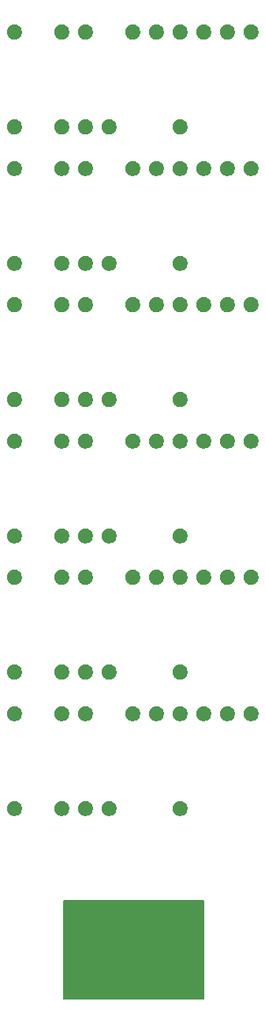
<source format=gts>
G04 #@! TF.GenerationSoftware,KiCad,Pcbnew,(5.0.2)-1*
G04 #@! TF.CreationDate,2023-09-18T18:41:06+09:00*
G04 #@! TF.ProjectId,Building,4275696c-6469-46e6-972e-6b696361645f,rev?*
G04 #@! TF.SameCoordinates,Original*
G04 #@! TF.FileFunction,Soldermask,Top*
G04 #@! TF.FilePolarity,Negative*
%FSLAX46Y46*%
G04 Gerber Fmt 4.6, Leading zero omitted, Abs format (unit mm)*
G04 Created by KiCad (PCBNEW (5.0.2)-1) date 2023/09/18 18:41:06*
%MOMM*%
%LPD*%
G01*
G04 APERTURE LIST*
%ADD10C,0.150000*%
%ADD11C,0.100000*%
G04 APERTURE END LIST*
D10*
G36*
X130729000Y-129765500D02*
X145729000Y-129765500D01*
X145729000Y-140265500D01*
X130729000Y-140265500D01*
X130729000Y-129765500D01*
G37*
X130729000Y-129765500D02*
X145729000Y-129765500D01*
X145729000Y-140265500D01*
X130729000Y-140265500D01*
X130729000Y-129765500D01*
D11*
G36*
X139015000Y-140261500D02*
X137443000Y-140261500D01*
X137443000Y-131269500D01*
X139015000Y-131269500D01*
X139015000Y-140261500D01*
X139015000Y-140261500D01*
G37*
G36*
X136475000Y-140261500D02*
X134903000Y-140261500D01*
X134903000Y-131269500D01*
X136475000Y-131269500D01*
X136475000Y-140261500D01*
X136475000Y-140261500D01*
G37*
G36*
X133935000Y-140261500D02*
X132363000Y-140261500D01*
X132363000Y-131269500D01*
X133935000Y-131269500D01*
X133935000Y-140261500D01*
X133935000Y-140261500D01*
G37*
G36*
X144095000Y-140261500D02*
X142523000Y-140261500D01*
X142523000Y-131269500D01*
X144095000Y-131269500D01*
X144095000Y-140261500D01*
X144095000Y-140261500D01*
G37*
G36*
X141555000Y-140261500D02*
X139983000Y-140261500D01*
X139983000Y-131269500D01*
X141555000Y-131269500D01*
X141555000Y-140261500D01*
X141555000Y-140261500D01*
G37*
G36*
X125637142Y-119068242D02*
X125785102Y-119129530D01*
X125918258Y-119218502D01*
X126031498Y-119331742D01*
X126120470Y-119464898D01*
X126181758Y-119612858D01*
X126213000Y-119769925D01*
X126213000Y-119930075D01*
X126181758Y-120087142D01*
X126120470Y-120235102D01*
X126031498Y-120368258D01*
X125918258Y-120481498D01*
X125785102Y-120570470D01*
X125637142Y-120631758D01*
X125480075Y-120663000D01*
X125319925Y-120663000D01*
X125162858Y-120631758D01*
X125014898Y-120570470D01*
X124881742Y-120481498D01*
X124768502Y-120368258D01*
X124679530Y-120235102D01*
X124618242Y-120087142D01*
X124587000Y-119930075D01*
X124587000Y-119769925D01*
X124618242Y-119612858D01*
X124679530Y-119464898D01*
X124768502Y-119331742D01*
X124881742Y-119218502D01*
X125014898Y-119129530D01*
X125162858Y-119068242D01*
X125319925Y-119037000D01*
X125480075Y-119037000D01*
X125637142Y-119068242D01*
X125637142Y-119068242D01*
G37*
G36*
X130717142Y-119068242D02*
X130865102Y-119129530D01*
X130998258Y-119218502D01*
X131111498Y-119331742D01*
X131200470Y-119464898D01*
X131261758Y-119612858D01*
X131293000Y-119769925D01*
X131293000Y-119930075D01*
X131261758Y-120087142D01*
X131200470Y-120235102D01*
X131111498Y-120368258D01*
X130998258Y-120481498D01*
X130865102Y-120570470D01*
X130717142Y-120631758D01*
X130560075Y-120663000D01*
X130399925Y-120663000D01*
X130242858Y-120631758D01*
X130094898Y-120570470D01*
X129961742Y-120481498D01*
X129848502Y-120368258D01*
X129759530Y-120235102D01*
X129698242Y-120087142D01*
X129667000Y-119930075D01*
X129667000Y-119769925D01*
X129698242Y-119612858D01*
X129759530Y-119464898D01*
X129848502Y-119331742D01*
X129961742Y-119218502D01*
X130094898Y-119129530D01*
X130242858Y-119068242D01*
X130399925Y-119037000D01*
X130560075Y-119037000D01*
X130717142Y-119068242D01*
X130717142Y-119068242D01*
G37*
G36*
X133257142Y-119068242D02*
X133405102Y-119129530D01*
X133538258Y-119218502D01*
X133651498Y-119331742D01*
X133740470Y-119464898D01*
X133801758Y-119612858D01*
X133833000Y-119769925D01*
X133833000Y-119930075D01*
X133801758Y-120087142D01*
X133740470Y-120235102D01*
X133651498Y-120368258D01*
X133538258Y-120481498D01*
X133405102Y-120570470D01*
X133257142Y-120631758D01*
X133100075Y-120663000D01*
X132939925Y-120663000D01*
X132782858Y-120631758D01*
X132634898Y-120570470D01*
X132501742Y-120481498D01*
X132388502Y-120368258D01*
X132299530Y-120235102D01*
X132238242Y-120087142D01*
X132207000Y-119930075D01*
X132207000Y-119769925D01*
X132238242Y-119612858D01*
X132299530Y-119464898D01*
X132388502Y-119331742D01*
X132501742Y-119218502D01*
X132634898Y-119129530D01*
X132782858Y-119068242D01*
X132939925Y-119037000D01*
X133100075Y-119037000D01*
X133257142Y-119068242D01*
X133257142Y-119068242D01*
G37*
G36*
X135797142Y-119068242D02*
X135945102Y-119129530D01*
X136078258Y-119218502D01*
X136191498Y-119331742D01*
X136280470Y-119464898D01*
X136341758Y-119612858D01*
X136373000Y-119769925D01*
X136373000Y-119930075D01*
X136341758Y-120087142D01*
X136280470Y-120235102D01*
X136191498Y-120368258D01*
X136078258Y-120481498D01*
X135945102Y-120570470D01*
X135797142Y-120631758D01*
X135640075Y-120663000D01*
X135479925Y-120663000D01*
X135322858Y-120631758D01*
X135174898Y-120570470D01*
X135041742Y-120481498D01*
X134928502Y-120368258D01*
X134839530Y-120235102D01*
X134778242Y-120087142D01*
X134747000Y-119930075D01*
X134747000Y-119769925D01*
X134778242Y-119612858D01*
X134839530Y-119464898D01*
X134928502Y-119331742D01*
X135041742Y-119218502D01*
X135174898Y-119129530D01*
X135322858Y-119068242D01*
X135479925Y-119037000D01*
X135640075Y-119037000D01*
X135797142Y-119068242D01*
X135797142Y-119068242D01*
G37*
G36*
X143417142Y-119068242D02*
X143565102Y-119129530D01*
X143698258Y-119218502D01*
X143811498Y-119331742D01*
X143900470Y-119464898D01*
X143961758Y-119612858D01*
X143993000Y-119769925D01*
X143993000Y-119930075D01*
X143961758Y-120087142D01*
X143900470Y-120235102D01*
X143811498Y-120368258D01*
X143698258Y-120481498D01*
X143565102Y-120570470D01*
X143417142Y-120631758D01*
X143260075Y-120663000D01*
X143099925Y-120663000D01*
X142942858Y-120631758D01*
X142794898Y-120570470D01*
X142661742Y-120481498D01*
X142548502Y-120368258D01*
X142459530Y-120235102D01*
X142398242Y-120087142D01*
X142367000Y-119930075D01*
X142367000Y-119769925D01*
X142398242Y-119612858D01*
X142459530Y-119464898D01*
X142548502Y-119331742D01*
X142661742Y-119218502D01*
X142794898Y-119129530D01*
X142942858Y-119068242D01*
X143099925Y-119037000D01*
X143260075Y-119037000D01*
X143417142Y-119068242D01*
X143417142Y-119068242D01*
G37*
G36*
X133257142Y-108908242D02*
X133405102Y-108969530D01*
X133538258Y-109058502D01*
X133651498Y-109171742D01*
X133740470Y-109304898D01*
X133801758Y-109452858D01*
X133833000Y-109609925D01*
X133833000Y-109770075D01*
X133801758Y-109927142D01*
X133740470Y-110075102D01*
X133651498Y-110208258D01*
X133538258Y-110321498D01*
X133405102Y-110410470D01*
X133257142Y-110471758D01*
X133100075Y-110503000D01*
X132939925Y-110503000D01*
X132782858Y-110471758D01*
X132634898Y-110410470D01*
X132501742Y-110321498D01*
X132388502Y-110208258D01*
X132299530Y-110075102D01*
X132238242Y-109927142D01*
X132207000Y-109770075D01*
X132207000Y-109609925D01*
X132238242Y-109452858D01*
X132299530Y-109304898D01*
X132388502Y-109171742D01*
X132501742Y-109058502D01*
X132634898Y-108969530D01*
X132782858Y-108908242D01*
X132939925Y-108877000D01*
X133100075Y-108877000D01*
X133257142Y-108908242D01*
X133257142Y-108908242D01*
G37*
G36*
X138337142Y-108908242D02*
X138485102Y-108969530D01*
X138618258Y-109058502D01*
X138731498Y-109171742D01*
X138820470Y-109304898D01*
X138881758Y-109452858D01*
X138913000Y-109609925D01*
X138913000Y-109770075D01*
X138881758Y-109927142D01*
X138820470Y-110075102D01*
X138731498Y-110208258D01*
X138618258Y-110321498D01*
X138485102Y-110410470D01*
X138337142Y-110471758D01*
X138180075Y-110503000D01*
X138019925Y-110503000D01*
X137862858Y-110471758D01*
X137714898Y-110410470D01*
X137581742Y-110321498D01*
X137468502Y-110208258D01*
X137379530Y-110075102D01*
X137318242Y-109927142D01*
X137287000Y-109770075D01*
X137287000Y-109609925D01*
X137318242Y-109452858D01*
X137379530Y-109304898D01*
X137468502Y-109171742D01*
X137581742Y-109058502D01*
X137714898Y-108969530D01*
X137862858Y-108908242D01*
X138019925Y-108877000D01*
X138180075Y-108877000D01*
X138337142Y-108908242D01*
X138337142Y-108908242D01*
G37*
G36*
X130717142Y-108908242D02*
X130865102Y-108969530D01*
X130998258Y-109058502D01*
X131111498Y-109171742D01*
X131200470Y-109304898D01*
X131261758Y-109452858D01*
X131293000Y-109609925D01*
X131293000Y-109770075D01*
X131261758Y-109927142D01*
X131200470Y-110075102D01*
X131111498Y-110208258D01*
X130998258Y-110321498D01*
X130865102Y-110410470D01*
X130717142Y-110471758D01*
X130560075Y-110503000D01*
X130399925Y-110503000D01*
X130242858Y-110471758D01*
X130094898Y-110410470D01*
X129961742Y-110321498D01*
X129848502Y-110208258D01*
X129759530Y-110075102D01*
X129698242Y-109927142D01*
X129667000Y-109770075D01*
X129667000Y-109609925D01*
X129698242Y-109452858D01*
X129759530Y-109304898D01*
X129848502Y-109171742D01*
X129961742Y-109058502D01*
X130094898Y-108969530D01*
X130242858Y-108908242D01*
X130399925Y-108877000D01*
X130560075Y-108877000D01*
X130717142Y-108908242D01*
X130717142Y-108908242D01*
G37*
G36*
X125637142Y-108908242D02*
X125785102Y-108969530D01*
X125918258Y-109058502D01*
X126031498Y-109171742D01*
X126120470Y-109304898D01*
X126181758Y-109452858D01*
X126213000Y-109609925D01*
X126213000Y-109770075D01*
X126181758Y-109927142D01*
X126120470Y-110075102D01*
X126031498Y-110208258D01*
X125918258Y-110321498D01*
X125785102Y-110410470D01*
X125637142Y-110471758D01*
X125480075Y-110503000D01*
X125319925Y-110503000D01*
X125162858Y-110471758D01*
X125014898Y-110410470D01*
X124881742Y-110321498D01*
X124768502Y-110208258D01*
X124679530Y-110075102D01*
X124618242Y-109927142D01*
X124587000Y-109770075D01*
X124587000Y-109609925D01*
X124618242Y-109452858D01*
X124679530Y-109304898D01*
X124768502Y-109171742D01*
X124881742Y-109058502D01*
X125014898Y-108969530D01*
X125162858Y-108908242D01*
X125319925Y-108877000D01*
X125480075Y-108877000D01*
X125637142Y-108908242D01*
X125637142Y-108908242D01*
G37*
G36*
X151037142Y-108908242D02*
X151185102Y-108969530D01*
X151318258Y-109058502D01*
X151431498Y-109171742D01*
X151520470Y-109304898D01*
X151581758Y-109452858D01*
X151613000Y-109609925D01*
X151613000Y-109770075D01*
X151581758Y-109927142D01*
X151520470Y-110075102D01*
X151431498Y-110208258D01*
X151318258Y-110321498D01*
X151185102Y-110410470D01*
X151037142Y-110471758D01*
X150880075Y-110503000D01*
X150719925Y-110503000D01*
X150562858Y-110471758D01*
X150414898Y-110410470D01*
X150281742Y-110321498D01*
X150168502Y-110208258D01*
X150079530Y-110075102D01*
X150018242Y-109927142D01*
X149987000Y-109770075D01*
X149987000Y-109609925D01*
X150018242Y-109452858D01*
X150079530Y-109304898D01*
X150168502Y-109171742D01*
X150281742Y-109058502D01*
X150414898Y-108969530D01*
X150562858Y-108908242D01*
X150719925Y-108877000D01*
X150880075Y-108877000D01*
X151037142Y-108908242D01*
X151037142Y-108908242D01*
G37*
G36*
X148497142Y-108908242D02*
X148645102Y-108969530D01*
X148778258Y-109058502D01*
X148891498Y-109171742D01*
X148980470Y-109304898D01*
X149041758Y-109452858D01*
X149073000Y-109609925D01*
X149073000Y-109770075D01*
X149041758Y-109927142D01*
X148980470Y-110075102D01*
X148891498Y-110208258D01*
X148778258Y-110321498D01*
X148645102Y-110410470D01*
X148497142Y-110471758D01*
X148340075Y-110503000D01*
X148179925Y-110503000D01*
X148022858Y-110471758D01*
X147874898Y-110410470D01*
X147741742Y-110321498D01*
X147628502Y-110208258D01*
X147539530Y-110075102D01*
X147478242Y-109927142D01*
X147447000Y-109770075D01*
X147447000Y-109609925D01*
X147478242Y-109452858D01*
X147539530Y-109304898D01*
X147628502Y-109171742D01*
X147741742Y-109058502D01*
X147874898Y-108969530D01*
X148022858Y-108908242D01*
X148179925Y-108877000D01*
X148340075Y-108877000D01*
X148497142Y-108908242D01*
X148497142Y-108908242D01*
G37*
G36*
X145957142Y-108908242D02*
X146105102Y-108969530D01*
X146238258Y-109058502D01*
X146351498Y-109171742D01*
X146440470Y-109304898D01*
X146501758Y-109452858D01*
X146533000Y-109609925D01*
X146533000Y-109770075D01*
X146501758Y-109927142D01*
X146440470Y-110075102D01*
X146351498Y-110208258D01*
X146238258Y-110321498D01*
X146105102Y-110410470D01*
X145957142Y-110471758D01*
X145800075Y-110503000D01*
X145639925Y-110503000D01*
X145482858Y-110471758D01*
X145334898Y-110410470D01*
X145201742Y-110321498D01*
X145088502Y-110208258D01*
X144999530Y-110075102D01*
X144938242Y-109927142D01*
X144907000Y-109770075D01*
X144907000Y-109609925D01*
X144938242Y-109452858D01*
X144999530Y-109304898D01*
X145088502Y-109171742D01*
X145201742Y-109058502D01*
X145334898Y-108969530D01*
X145482858Y-108908242D01*
X145639925Y-108877000D01*
X145800075Y-108877000D01*
X145957142Y-108908242D01*
X145957142Y-108908242D01*
G37*
G36*
X143417142Y-108908242D02*
X143565102Y-108969530D01*
X143698258Y-109058502D01*
X143811498Y-109171742D01*
X143900470Y-109304898D01*
X143961758Y-109452858D01*
X143993000Y-109609925D01*
X143993000Y-109770075D01*
X143961758Y-109927142D01*
X143900470Y-110075102D01*
X143811498Y-110208258D01*
X143698258Y-110321498D01*
X143565102Y-110410470D01*
X143417142Y-110471758D01*
X143260075Y-110503000D01*
X143099925Y-110503000D01*
X142942858Y-110471758D01*
X142794898Y-110410470D01*
X142661742Y-110321498D01*
X142548502Y-110208258D01*
X142459530Y-110075102D01*
X142398242Y-109927142D01*
X142367000Y-109770075D01*
X142367000Y-109609925D01*
X142398242Y-109452858D01*
X142459530Y-109304898D01*
X142548502Y-109171742D01*
X142661742Y-109058502D01*
X142794898Y-108969530D01*
X142942858Y-108908242D01*
X143099925Y-108877000D01*
X143260075Y-108877000D01*
X143417142Y-108908242D01*
X143417142Y-108908242D01*
G37*
G36*
X140877142Y-108908242D02*
X141025102Y-108969530D01*
X141158258Y-109058502D01*
X141271498Y-109171742D01*
X141360470Y-109304898D01*
X141421758Y-109452858D01*
X141453000Y-109609925D01*
X141453000Y-109770075D01*
X141421758Y-109927142D01*
X141360470Y-110075102D01*
X141271498Y-110208258D01*
X141158258Y-110321498D01*
X141025102Y-110410470D01*
X140877142Y-110471758D01*
X140720075Y-110503000D01*
X140559925Y-110503000D01*
X140402858Y-110471758D01*
X140254898Y-110410470D01*
X140121742Y-110321498D01*
X140008502Y-110208258D01*
X139919530Y-110075102D01*
X139858242Y-109927142D01*
X139827000Y-109770075D01*
X139827000Y-109609925D01*
X139858242Y-109452858D01*
X139919530Y-109304898D01*
X140008502Y-109171742D01*
X140121742Y-109058502D01*
X140254898Y-108969530D01*
X140402858Y-108908242D01*
X140559925Y-108877000D01*
X140720075Y-108877000D01*
X140877142Y-108908242D01*
X140877142Y-108908242D01*
G37*
G36*
X133257142Y-104463242D02*
X133405102Y-104524530D01*
X133538258Y-104613502D01*
X133651498Y-104726742D01*
X133740470Y-104859898D01*
X133801758Y-105007858D01*
X133833000Y-105164925D01*
X133833000Y-105325075D01*
X133801758Y-105482142D01*
X133740470Y-105630102D01*
X133651498Y-105763258D01*
X133538258Y-105876498D01*
X133405102Y-105965470D01*
X133257142Y-106026758D01*
X133100075Y-106058000D01*
X132939925Y-106058000D01*
X132782858Y-106026758D01*
X132634898Y-105965470D01*
X132501742Y-105876498D01*
X132388502Y-105763258D01*
X132299530Y-105630102D01*
X132238242Y-105482142D01*
X132207000Y-105325075D01*
X132207000Y-105164925D01*
X132238242Y-105007858D01*
X132299530Y-104859898D01*
X132388502Y-104726742D01*
X132501742Y-104613502D01*
X132634898Y-104524530D01*
X132782858Y-104463242D01*
X132939925Y-104432000D01*
X133100075Y-104432000D01*
X133257142Y-104463242D01*
X133257142Y-104463242D01*
G37*
G36*
X125637142Y-104463242D02*
X125785102Y-104524530D01*
X125918258Y-104613502D01*
X126031498Y-104726742D01*
X126120470Y-104859898D01*
X126181758Y-105007858D01*
X126213000Y-105164925D01*
X126213000Y-105325075D01*
X126181758Y-105482142D01*
X126120470Y-105630102D01*
X126031498Y-105763258D01*
X125918258Y-105876498D01*
X125785102Y-105965470D01*
X125637142Y-106026758D01*
X125480075Y-106058000D01*
X125319925Y-106058000D01*
X125162858Y-106026758D01*
X125014898Y-105965470D01*
X124881742Y-105876498D01*
X124768502Y-105763258D01*
X124679530Y-105630102D01*
X124618242Y-105482142D01*
X124587000Y-105325075D01*
X124587000Y-105164925D01*
X124618242Y-105007858D01*
X124679530Y-104859898D01*
X124768502Y-104726742D01*
X124881742Y-104613502D01*
X125014898Y-104524530D01*
X125162858Y-104463242D01*
X125319925Y-104432000D01*
X125480075Y-104432000D01*
X125637142Y-104463242D01*
X125637142Y-104463242D01*
G37*
G36*
X130717142Y-104463242D02*
X130865102Y-104524530D01*
X130998258Y-104613502D01*
X131111498Y-104726742D01*
X131200470Y-104859898D01*
X131261758Y-105007858D01*
X131293000Y-105164925D01*
X131293000Y-105325075D01*
X131261758Y-105482142D01*
X131200470Y-105630102D01*
X131111498Y-105763258D01*
X130998258Y-105876498D01*
X130865102Y-105965470D01*
X130717142Y-106026758D01*
X130560075Y-106058000D01*
X130399925Y-106058000D01*
X130242858Y-106026758D01*
X130094898Y-105965470D01*
X129961742Y-105876498D01*
X129848502Y-105763258D01*
X129759530Y-105630102D01*
X129698242Y-105482142D01*
X129667000Y-105325075D01*
X129667000Y-105164925D01*
X129698242Y-105007858D01*
X129759530Y-104859898D01*
X129848502Y-104726742D01*
X129961742Y-104613502D01*
X130094898Y-104524530D01*
X130242858Y-104463242D01*
X130399925Y-104432000D01*
X130560075Y-104432000D01*
X130717142Y-104463242D01*
X130717142Y-104463242D01*
G37*
G36*
X135797142Y-104463242D02*
X135945102Y-104524530D01*
X136078258Y-104613502D01*
X136191498Y-104726742D01*
X136280470Y-104859898D01*
X136341758Y-105007858D01*
X136373000Y-105164925D01*
X136373000Y-105325075D01*
X136341758Y-105482142D01*
X136280470Y-105630102D01*
X136191498Y-105763258D01*
X136078258Y-105876498D01*
X135945102Y-105965470D01*
X135797142Y-106026758D01*
X135640075Y-106058000D01*
X135479925Y-106058000D01*
X135322858Y-106026758D01*
X135174898Y-105965470D01*
X135041742Y-105876498D01*
X134928502Y-105763258D01*
X134839530Y-105630102D01*
X134778242Y-105482142D01*
X134747000Y-105325075D01*
X134747000Y-105164925D01*
X134778242Y-105007858D01*
X134839530Y-104859898D01*
X134928502Y-104726742D01*
X135041742Y-104613502D01*
X135174898Y-104524530D01*
X135322858Y-104463242D01*
X135479925Y-104432000D01*
X135640075Y-104432000D01*
X135797142Y-104463242D01*
X135797142Y-104463242D01*
G37*
G36*
X143417142Y-104463242D02*
X143565102Y-104524530D01*
X143698258Y-104613502D01*
X143811498Y-104726742D01*
X143900470Y-104859898D01*
X143961758Y-105007858D01*
X143993000Y-105164925D01*
X143993000Y-105325075D01*
X143961758Y-105482142D01*
X143900470Y-105630102D01*
X143811498Y-105763258D01*
X143698258Y-105876498D01*
X143565102Y-105965470D01*
X143417142Y-106026758D01*
X143260075Y-106058000D01*
X143099925Y-106058000D01*
X142942858Y-106026758D01*
X142794898Y-105965470D01*
X142661742Y-105876498D01*
X142548502Y-105763258D01*
X142459530Y-105630102D01*
X142398242Y-105482142D01*
X142367000Y-105325075D01*
X142367000Y-105164925D01*
X142398242Y-105007858D01*
X142459530Y-104859898D01*
X142548502Y-104726742D01*
X142661742Y-104613502D01*
X142794898Y-104524530D01*
X142942858Y-104463242D01*
X143099925Y-104432000D01*
X143260075Y-104432000D01*
X143417142Y-104463242D01*
X143417142Y-104463242D01*
G37*
G36*
X143417142Y-94303242D02*
X143565102Y-94364530D01*
X143698258Y-94453502D01*
X143811498Y-94566742D01*
X143900470Y-94699898D01*
X143961758Y-94847858D01*
X143993000Y-95004925D01*
X143993000Y-95165075D01*
X143961758Y-95322142D01*
X143900470Y-95470102D01*
X143811498Y-95603258D01*
X143698258Y-95716498D01*
X143565102Y-95805470D01*
X143417142Y-95866758D01*
X143260075Y-95898000D01*
X143099925Y-95898000D01*
X142942858Y-95866758D01*
X142794898Y-95805470D01*
X142661742Y-95716498D01*
X142548502Y-95603258D01*
X142459530Y-95470102D01*
X142398242Y-95322142D01*
X142367000Y-95165075D01*
X142367000Y-95004925D01*
X142398242Y-94847858D01*
X142459530Y-94699898D01*
X142548502Y-94566742D01*
X142661742Y-94453502D01*
X142794898Y-94364530D01*
X142942858Y-94303242D01*
X143099925Y-94272000D01*
X143260075Y-94272000D01*
X143417142Y-94303242D01*
X143417142Y-94303242D01*
G37*
G36*
X138337142Y-94303242D02*
X138485102Y-94364530D01*
X138618258Y-94453502D01*
X138731498Y-94566742D01*
X138820470Y-94699898D01*
X138881758Y-94847858D01*
X138913000Y-95004925D01*
X138913000Y-95165075D01*
X138881758Y-95322142D01*
X138820470Y-95470102D01*
X138731498Y-95603258D01*
X138618258Y-95716498D01*
X138485102Y-95805470D01*
X138337142Y-95866758D01*
X138180075Y-95898000D01*
X138019925Y-95898000D01*
X137862858Y-95866758D01*
X137714898Y-95805470D01*
X137581742Y-95716498D01*
X137468502Y-95603258D01*
X137379530Y-95470102D01*
X137318242Y-95322142D01*
X137287000Y-95165075D01*
X137287000Y-95004925D01*
X137318242Y-94847858D01*
X137379530Y-94699898D01*
X137468502Y-94566742D01*
X137581742Y-94453502D01*
X137714898Y-94364530D01*
X137862858Y-94303242D01*
X138019925Y-94272000D01*
X138180075Y-94272000D01*
X138337142Y-94303242D01*
X138337142Y-94303242D01*
G37*
G36*
X125637142Y-94303242D02*
X125785102Y-94364530D01*
X125918258Y-94453502D01*
X126031498Y-94566742D01*
X126120470Y-94699898D01*
X126181758Y-94847858D01*
X126213000Y-95004925D01*
X126213000Y-95165075D01*
X126181758Y-95322142D01*
X126120470Y-95470102D01*
X126031498Y-95603258D01*
X125918258Y-95716498D01*
X125785102Y-95805470D01*
X125637142Y-95866758D01*
X125480075Y-95898000D01*
X125319925Y-95898000D01*
X125162858Y-95866758D01*
X125014898Y-95805470D01*
X124881742Y-95716498D01*
X124768502Y-95603258D01*
X124679530Y-95470102D01*
X124618242Y-95322142D01*
X124587000Y-95165075D01*
X124587000Y-95004925D01*
X124618242Y-94847858D01*
X124679530Y-94699898D01*
X124768502Y-94566742D01*
X124881742Y-94453502D01*
X125014898Y-94364530D01*
X125162858Y-94303242D01*
X125319925Y-94272000D01*
X125480075Y-94272000D01*
X125637142Y-94303242D01*
X125637142Y-94303242D01*
G37*
G36*
X130717142Y-94303242D02*
X130865102Y-94364530D01*
X130998258Y-94453502D01*
X131111498Y-94566742D01*
X131200470Y-94699898D01*
X131261758Y-94847858D01*
X131293000Y-95004925D01*
X131293000Y-95165075D01*
X131261758Y-95322142D01*
X131200470Y-95470102D01*
X131111498Y-95603258D01*
X130998258Y-95716498D01*
X130865102Y-95805470D01*
X130717142Y-95866758D01*
X130560075Y-95898000D01*
X130399925Y-95898000D01*
X130242858Y-95866758D01*
X130094898Y-95805470D01*
X129961742Y-95716498D01*
X129848502Y-95603258D01*
X129759530Y-95470102D01*
X129698242Y-95322142D01*
X129667000Y-95165075D01*
X129667000Y-95004925D01*
X129698242Y-94847858D01*
X129759530Y-94699898D01*
X129848502Y-94566742D01*
X129961742Y-94453502D01*
X130094898Y-94364530D01*
X130242858Y-94303242D01*
X130399925Y-94272000D01*
X130560075Y-94272000D01*
X130717142Y-94303242D01*
X130717142Y-94303242D01*
G37*
G36*
X133257142Y-94303242D02*
X133405102Y-94364530D01*
X133538258Y-94453502D01*
X133651498Y-94566742D01*
X133740470Y-94699898D01*
X133801758Y-94847858D01*
X133833000Y-95004925D01*
X133833000Y-95165075D01*
X133801758Y-95322142D01*
X133740470Y-95470102D01*
X133651498Y-95603258D01*
X133538258Y-95716498D01*
X133405102Y-95805470D01*
X133257142Y-95866758D01*
X133100075Y-95898000D01*
X132939925Y-95898000D01*
X132782858Y-95866758D01*
X132634898Y-95805470D01*
X132501742Y-95716498D01*
X132388502Y-95603258D01*
X132299530Y-95470102D01*
X132238242Y-95322142D01*
X132207000Y-95165075D01*
X132207000Y-95004925D01*
X132238242Y-94847858D01*
X132299530Y-94699898D01*
X132388502Y-94566742D01*
X132501742Y-94453502D01*
X132634898Y-94364530D01*
X132782858Y-94303242D01*
X132939925Y-94272000D01*
X133100075Y-94272000D01*
X133257142Y-94303242D01*
X133257142Y-94303242D01*
G37*
G36*
X145957142Y-94303242D02*
X146105102Y-94364530D01*
X146238258Y-94453502D01*
X146351498Y-94566742D01*
X146440470Y-94699898D01*
X146501758Y-94847858D01*
X146533000Y-95004925D01*
X146533000Y-95165075D01*
X146501758Y-95322142D01*
X146440470Y-95470102D01*
X146351498Y-95603258D01*
X146238258Y-95716498D01*
X146105102Y-95805470D01*
X145957142Y-95866758D01*
X145800075Y-95898000D01*
X145639925Y-95898000D01*
X145482858Y-95866758D01*
X145334898Y-95805470D01*
X145201742Y-95716498D01*
X145088502Y-95603258D01*
X144999530Y-95470102D01*
X144938242Y-95322142D01*
X144907000Y-95165075D01*
X144907000Y-95004925D01*
X144938242Y-94847858D01*
X144999530Y-94699898D01*
X145088502Y-94566742D01*
X145201742Y-94453502D01*
X145334898Y-94364530D01*
X145482858Y-94303242D01*
X145639925Y-94272000D01*
X145800075Y-94272000D01*
X145957142Y-94303242D01*
X145957142Y-94303242D01*
G37*
G36*
X151037142Y-94303242D02*
X151185102Y-94364530D01*
X151318258Y-94453502D01*
X151431498Y-94566742D01*
X151520470Y-94699898D01*
X151581758Y-94847858D01*
X151613000Y-95004925D01*
X151613000Y-95165075D01*
X151581758Y-95322142D01*
X151520470Y-95470102D01*
X151431498Y-95603258D01*
X151318258Y-95716498D01*
X151185102Y-95805470D01*
X151037142Y-95866758D01*
X150880075Y-95898000D01*
X150719925Y-95898000D01*
X150562858Y-95866758D01*
X150414898Y-95805470D01*
X150281742Y-95716498D01*
X150168502Y-95603258D01*
X150079530Y-95470102D01*
X150018242Y-95322142D01*
X149987000Y-95165075D01*
X149987000Y-95004925D01*
X150018242Y-94847858D01*
X150079530Y-94699898D01*
X150168502Y-94566742D01*
X150281742Y-94453502D01*
X150414898Y-94364530D01*
X150562858Y-94303242D01*
X150719925Y-94272000D01*
X150880075Y-94272000D01*
X151037142Y-94303242D01*
X151037142Y-94303242D01*
G37*
G36*
X148497142Y-94303242D02*
X148645102Y-94364530D01*
X148778258Y-94453502D01*
X148891498Y-94566742D01*
X148980470Y-94699898D01*
X149041758Y-94847858D01*
X149073000Y-95004925D01*
X149073000Y-95165075D01*
X149041758Y-95322142D01*
X148980470Y-95470102D01*
X148891498Y-95603258D01*
X148778258Y-95716498D01*
X148645102Y-95805470D01*
X148497142Y-95866758D01*
X148340075Y-95898000D01*
X148179925Y-95898000D01*
X148022858Y-95866758D01*
X147874898Y-95805470D01*
X147741742Y-95716498D01*
X147628502Y-95603258D01*
X147539530Y-95470102D01*
X147478242Y-95322142D01*
X147447000Y-95165075D01*
X147447000Y-95004925D01*
X147478242Y-94847858D01*
X147539530Y-94699898D01*
X147628502Y-94566742D01*
X147741742Y-94453502D01*
X147874898Y-94364530D01*
X148022858Y-94303242D01*
X148179925Y-94272000D01*
X148340075Y-94272000D01*
X148497142Y-94303242D01*
X148497142Y-94303242D01*
G37*
G36*
X140877142Y-94303242D02*
X141025102Y-94364530D01*
X141158258Y-94453502D01*
X141271498Y-94566742D01*
X141360470Y-94699898D01*
X141421758Y-94847858D01*
X141453000Y-95004925D01*
X141453000Y-95165075D01*
X141421758Y-95322142D01*
X141360470Y-95470102D01*
X141271498Y-95603258D01*
X141158258Y-95716498D01*
X141025102Y-95805470D01*
X140877142Y-95866758D01*
X140720075Y-95898000D01*
X140559925Y-95898000D01*
X140402858Y-95866758D01*
X140254898Y-95805470D01*
X140121742Y-95716498D01*
X140008502Y-95603258D01*
X139919530Y-95470102D01*
X139858242Y-95322142D01*
X139827000Y-95165075D01*
X139827000Y-95004925D01*
X139858242Y-94847858D01*
X139919530Y-94699898D01*
X140008502Y-94566742D01*
X140121742Y-94453502D01*
X140254898Y-94364530D01*
X140402858Y-94303242D01*
X140559925Y-94272000D01*
X140720075Y-94272000D01*
X140877142Y-94303242D01*
X140877142Y-94303242D01*
G37*
G36*
X125637142Y-89858242D02*
X125785102Y-89919530D01*
X125918258Y-90008502D01*
X126031498Y-90121742D01*
X126120470Y-90254898D01*
X126181758Y-90402858D01*
X126213000Y-90559925D01*
X126213000Y-90720075D01*
X126181758Y-90877142D01*
X126120470Y-91025102D01*
X126031498Y-91158258D01*
X125918258Y-91271498D01*
X125785102Y-91360470D01*
X125637142Y-91421758D01*
X125480075Y-91453000D01*
X125319925Y-91453000D01*
X125162858Y-91421758D01*
X125014898Y-91360470D01*
X124881742Y-91271498D01*
X124768502Y-91158258D01*
X124679530Y-91025102D01*
X124618242Y-90877142D01*
X124587000Y-90720075D01*
X124587000Y-90559925D01*
X124618242Y-90402858D01*
X124679530Y-90254898D01*
X124768502Y-90121742D01*
X124881742Y-90008502D01*
X125014898Y-89919530D01*
X125162858Y-89858242D01*
X125319925Y-89827000D01*
X125480075Y-89827000D01*
X125637142Y-89858242D01*
X125637142Y-89858242D01*
G37*
G36*
X135797142Y-89858242D02*
X135945102Y-89919530D01*
X136078258Y-90008502D01*
X136191498Y-90121742D01*
X136280470Y-90254898D01*
X136341758Y-90402858D01*
X136373000Y-90559925D01*
X136373000Y-90720075D01*
X136341758Y-90877142D01*
X136280470Y-91025102D01*
X136191498Y-91158258D01*
X136078258Y-91271498D01*
X135945102Y-91360470D01*
X135797142Y-91421758D01*
X135640075Y-91453000D01*
X135479925Y-91453000D01*
X135322858Y-91421758D01*
X135174898Y-91360470D01*
X135041742Y-91271498D01*
X134928502Y-91158258D01*
X134839530Y-91025102D01*
X134778242Y-90877142D01*
X134747000Y-90720075D01*
X134747000Y-90559925D01*
X134778242Y-90402858D01*
X134839530Y-90254898D01*
X134928502Y-90121742D01*
X135041742Y-90008502D01*
X135174898Y-89919530D01*
X135322858Y-89858242D01*
X135479925Y-89827000D01*
X135640075Y-89827000D01*
X135797142Y-89858242D01*
X135797142Y-89858242D01*
G37*
G36*
X143417142Y-89858242D02*
X143565102Y-89919530D01*
X143698258Y-90008502D01*
X143811498Y-90121742D01*
X143900470Y-90254898D01*
X143961758Y-90402858D01*
X143993000Y-90559925D01*
X143993000Y-90720075D01*
X143961758Y-90877142D01*
X143900470Y-91025102D01*
X143811498Y-91158258D01*
X143698258Y-91271498D01*
X143565102Y-91360470D01*
X143417142Y-91421758D01*
X143260075Y-91453000D01*
X143099925Y-91453000D01*
X142942858Y-91421758D01*
X142794898Y-91360470D01*
X142661742Y-91271498D01*
X142548502Y-91158258D01*
X142459530Y-91025102D01*
X142398242Y-90877142D01*
X142367000Y-90720075D01*
X142367000Y-90559925D01*
X142398242Y-90402858D01*
X142459530Y-90254898D01*
X142548502Y-90121742D01*
X142661742Y-90008502D01*
X142794898Y-89919530D01*
X142942858Y-89858242D01*
X143099925Y-89827000D01*
X143260075Y-89827000D01*
X143417142Y-89858242D01*
X143417142Y-89858242D01*
G37*
G36*
X133257142Y-89858242D02*
X133405102Y-89919530D01*
X133538258Y-90008502D01*
X133651498Y-90121742D01*
X133740470Y-90254898D01*
X133801758Y-90402858D01*
X133833000Y-90559925D01*
X133833000Y-90720075D01*
X133801758Y-90877142D01*
X133740470Y-91025102D01*
X133651498Y-91158258D01*
X133538258Y-91271498D01*
X133405102Y-91360470D01*
X133257142Y-91421758D01*
X133100075Y-91453000D01*
X132939925Y-91453000D01*
X132782858Y-91421758D01*
X132634898Y-91360470D01*
X132501742Y-91271498D01*
X132388502Y-91158258D01*
X132299530Y-91025102D01*
X132238242Y-90877142D01*
X132207000Y-90720075D01*
X132207000Y-90559925D01*
X132238242Y-90402858D01*
X132299530Y-90254898D01*
X132388502Y-90121742D01*
X132501742Y-90008502D01*
X132634898Y-89919530D01*
X132782858Y-89858242D01*
X132939925Y-89827000D01*
X133100075Y-89827000D01*
X133257142Y-89858242D01*
X133257142Y-89858242D01*
G37*
G36*
X130717142Y-89858242D02*
X130865102Y-89919530D01*
X130998258Y-90008502D01*
X131111498Y-90121742D01*
X131200470Y-90254898D01*
X131261758Y-90402858D01*
X131293000Y-90559925D01*
X131293000Y-90720075D01*
X131261758Y-90877142D01*
X131200470Y-91025102D01*
X131111498Y-91158258D01*
X130998258Y-91271498D01*
X130865102Y-91360470D01*
X130717142Y-91421758D01*
X130560075Y-91453000D01*
X130399925Y-91453000D01*
X130242858Y-91421758D01*
X130094898Y-91360470D01*
X129961742Y-91271498D01*
X129848502Y-91158258D01*
X129759530Y-91025102D01*
X129698242Y-90877142D01*
X129667000Y-90720075D01*
X129667000Y-90559925D01*
X129698242Y-90402858D01*
X129759530Y-90254898D01*
X129848502Y-90121742D01*
X129961742Y-90008502D01*
X130094898Y-89919530D01*
X130242858Y-89858242D01*
X130399925Y-89827000D01*
X130560075Y-89827000D01*
X130717142Y-89858242D01*
X130717142Y-89858242D01*
G37*
G36*
X148497142Y-79698242D02*
X148645102Y-79759530D01*
X148778258Y-79848502D01*
X148891498Y-79961742D01*
X148980470Y-80094898D01*
X149041758Y-80242858D01*
X149073000Y-80399925D01*
X149073000Y-80560075D01*
X149041758Y-80717142D01*
X148980470Y-80865102D01*
X148891498Y-80998258D01*
X148778258Y-81111498D01*
X148645102Y-81200470D01*
X148497142Y-81261758D01*
X148340075Y-81293000D01*
X148179925Y-81293000D01*
X148022858Y-81261758D01*
X147874898Y-81200470D01*
X147741742Y-81111498D01*
X147628502Y-80998258D01*
X147539530Y-80865102D01*
X147478242Y-80717142D01*
X147447000Y-80560075D01*
X147447000Y-80399925D01*
X147478242Y-80242858D01*
X147539530Y-80094898D01*
X147628502Y-79961742D01*
X147741742Y-79848502D01*
X147874898Y-79759530D01*
X148022858Y-79698242D01*
X148179925Y-79667000D01*
X148340075Y-79667000D01*
X148497142Y-79698242D01*
X148497142Y-79698242D01*
G37*
G36*
X125637142Y-79698242D02*
X125785102Y-79759530D01*
X125918258Y-79848502D01*
X126031498Y-79961742D01*
X126120470Y-80094898D01*
X126181758Y-80242858D01*
X126213000Y-80399925D01*
X126213000Y-80560075D01*
X126181758Y-80717142D01*
X126120470Y-80865102D01*
X126031498Y-80998258D01*
X125918258Y-81111498D01*
X125785102Y-81200470D01*
X125637142Y-81261758D01*
X125480075Y-81293000D01*
X125319925Y-81293000D01*
X125162858Y-81261758D01*
X125014898Y-81200470D01*
X124881742Y-81111498D01*
X124768502Y-80998258D01*
X124679530Y-80865102D01*
X124618242Y-80717142D01*
X124587000Y-80560075D01*
X124587000Y-80399925D01*
X124618242Y-80242858D01*
X124679530Y-80094898D01*
X124768502Y-79961742D01*
X124881742Y-79848502D01*
X125014898Y-79759530D01*
X125162858Y-79698242D01*
X125319925Y-79667000D01*
X125480075Y-79667000D01*
X125637142Y-79698242D01*
X125637142Y-79698242D01*
G37*
G36*
X151037142Y-79698242D02*
X151185102Y-79759530D01*
X151318258Y-79848502D01*
X151431498Y-79961742D01*
X151520470Y-80094898D01*
X151581758Y-80242858D01*
X151613000Y-80399925D01*
X151613000Y-80560075D01*
X151581758Y-80717142D01*
X151520470Y-80865102D01*
X151431498Y-80998258D01*
X151318258Y-81111498D01*
X151185102Y-81200470D01*
X151037142Y-81261758D01*
X150880075Y-81293000D01*
X150719925Y-81293000D01*
X150562858Y-81261758D01*
X150414898Y-81200470D01*
X150281742Y-81111498D01*
X150168502Y-80998258D01*
X150079530Y-80865102D01*
X150018242Y-80717142D01*
X149987000Y-80560075D01*
X149987000Y-80399925D01*
X150018242Y-80242858D01*
X150079530Y-80094898D01*
X150168502Y-79961742D01*
X150281742Y-79848502D01*
X150414898Y-79759530D01*
X150562858Y-79698242D01*
X150719925Y-79667000D01*
X150880075Y-79667000D01*
X151037142Y-79698242D01*
X151037142Y-79698242D01*
G37*
G36*
X145957142Y-79698242D02*
X146105102Y-79759530D01*
X146238258Y-79848502D01*
X146351498Y-79961742D01*
X146440470Y-80094898D01*
X146501758Y-80242858D01*
X146533000Y-80399925D01*
X146533000Y-80560075D01*
X146501758Y-80717142D01*
X146440470Y-80865102D01*
X146351498Y-80998258D01*
X146238258Y-81111498D01*
X146105102Y-81200470D01*
X145957142Y-81261758D01*
X145800075Y-81293000D01*
X145639925Y-81293000D01*
X145482858Y-81261758D01*
X145334898Y-81200470D01*
X145201742Y-81111498D01*
X145088502Y-80998258D01*
X144999530Y-80865102D01*
X144938242Y-80717142D01*
X144907000Y-80560075D01*
X144907000Y-80399925D01*
X144938242Y-80242858D01*
X144999530Y-80094898D01*
X145088502Y-79961742D01*
X145201742Y-79848502D01*
X145334898Y-79759530D01*
X145482858Y-79698242D01*
X145639925Y-79667000D01*
X145800075Y-79667000D01*
X145957142Y-79698242D01*
X145957142Y-79698242D01*
G37*
G36*
X140877142Y-79698242D02*
X141025102Y-79759530D01*
X141158258Y-79848502D01*
X141271498Y-79961742D01*
X141360470Y-80094898D01*
X141421758Y-80242858D01*
X141453000Y-80399925D01*
X141453000Y-80560075D01*
X141421758Y-80717142D01*
X141360470Y-80865102D01*
X141271498Y-80998258D01*
X141158258Y-81111498D01*
X141025102Y-81200470D01*
X140877142Y-81261758D01*
X140720075Y-81293000D01*
X140559925Y-81293000D01*
X140402858Y-81261758D01*
X140254898Y-81200470D01*
X140121742Y-81111498D01*
X140008502Y-80998258D01*
X139919530Y-80865102D01*
X139858242Y-80717142D01*
X139827000Y-80560075D01*
X139827000Y-80399925D01*
X139858242Y-80242858D01*
X139919530Y-80094898D01*
X140008502Y-79961742D01*
X140121742Y-79848502D01*
X140254898Y-79759530D01*
X140402858Y-79698242D01*
X140559925Y-79667000D01*
X140720075Y-79667000D01*
X140877142Y-79698242D01*
X140877142Y-79698242D01*
G37*
G36*
X138337142Y-79698242D02*
X138485102Y-79759530D01*
X138618258Y-79848502D01*
X138731498Y-79961742D01*
X138820470Y-80094898D01*
X138881758Y-80242858D01*
X138913000Y-80399925D01*
X138913000Y-80560075D01*
X138881758Y-80717142D01*
X138820470Y-80865102D01*
X138731498Y-80998258D01*
X138618258Y-81111498D01*
X138485102Y-81200470D01*
X138337142Y-81261758D01*
X138180075Y-81293000D01*
X138019925Y-81293000D01*
X137862858Y-81261758D01*
X137714898Y-81200470D01*
X137581742Y-81111498D01*
X137468502Y-80998258D01*
X137379530Y-80865102D01*
X137318242Y-80717142D01*
X137287000Y-80560075D01*
X137287000Y-80399925D01*
X137318242Y-80242858D01*
X137379530Y-80094898D01*
X137468502Y-79961742D01*
X137581742Y-79848502D01*
X137714898Y-79759530D01*
X137862858Y-79698242D01*
X138019925Y-79667000D01*
X138180075Y-79667000D01*
X138337142Y-79698242D01*
X138337142Y-79698242D01*
G37*
G36*
X133257142Y-79698242D02*
X133405102Y-79759530D01*
X133538258Y-79848502D01*
X133651498Y-79961742D01*
X133740470Y-80094898D01*
X133801758Y-80242858D01*
X133833000Y-80399925D01*
X133833000Y-80560075D01*
X133801758Y-80717142D01*
X133740470Y-80865102D01*
X133651498Y-80998258D01*
X133538258Y-81111498D01*
X133405102Y-81200470D01*
X133257142Y-81261758D01*
X133100075Y-81293000D01*
X132939925Y-81293000D01*
X132782858Y-81261758D01*
X132634898Y-81200470D01*
X132501742Y-81111498D01*
X132388502Y-80998258D01*
X132299530Y-80865102D01*
X132238242Y-80717142D01*
X132207000Y-80560075D01*
X132207000Y-80399925D01*
X132238242Y-80242858D01*
X132299530Y-80094898D01*
X132388502Y-79961742D01*
X132501742Y-79848502D01*
X132634898Y-79759530D01*
X132782858Y-79698242D01*
X132939925Y-79667000D01*
X133100075Y-79667000D01*
X133257142Y-79698242D01*
X133257142Y-79698242D01*
G37*
G36*
X130717142Y-79698242D02*
X130865102Y-79759530D01*
X130998258Y-79848502D01*
X131111498Y-79961742D01*
X131200470Y-80094898D01*
X131261758Y-80242858D01*
X131293000Y-80399925D01*
X131293000Y-80560075D01*
X131261758Y-80717142D01*
X131200470Y-80865102D01*
X131111498Y-80998258D01*
X130998258Y-81111498D01*
X130865102Y-81200470D01*
X130717142Y-81261758D01*
X130560075Y-81293000D01*
X130399925Y-81293000D01*
X130242858Y-81261758D01*
X130094898Y-81200470D01*
X129961742Y-81111498D01*
X129848502Y-80998258D01*
X129759530Y-80865102D01*
X129698242Y-80717142D01*
X129667000Y-80560075D01*
X129667000Y-80399925D01*
X129698242Y-80242858D01*
X129759530Y-80094898D01*
X129848502Y-79961742D01*
X129961742Y-79848502D01*
X130094898Y-79759530D01*
X130242858Y-79698242D01*
X130399925Y-79667000D01*
X130560075Y-79667000D01*
X130717142Y-79698242D01*
X130717142Y-79698242D01*
G37*
G36*
X143417142Y-79698242D02*
X143565102Y-79759530D01*
X143698258Y-79848502D01*
X143811498Y-79961742D01*
X143900470Y-80094898D01*
X143961758Y-80242858D01*
X143993000Y-80399925D01*
X143993000Y-80560075D01*
X143961758Y-80717142D01*
X143900470Y-80865102D01*
X143811498Y-80998258D01*
X143698258Y-81111498D01*
X143565102Y-81200470D01*
X143417142Y-81261758D01*
X143260075Y-81293000D01*
X143099925Y-81293000D01*
X142942858Y-81261758D01*
X142794898Y-81200470D01*
X142661742Y-81111498D01*
X142548502Y-80998258D01*
X142459530Y-80865102D01*
X142398242Y-80717142D01*
X142367000Y-80560075D01*
X142367000Y-80399925D01*
X142398242Y-80242858D01*
X142459530Y-80094898D01*
X142548502Y-79961742D01*
X142661742Y-79848502D01*
X142794898Y-79759530D01*
X142942858Y-79698242D01*
X143099925Y-79667000D01*
X143260075Y-79667000D01*
X143417142Y-79698242D01*
X143417142Y-79698242D01*
G37*
G36*
X143417142Y-75253242D02*
X143565102Y-75314530D01*
X143698258Y-75403502D01*
X143811498Y-75516742D01*
X143900470Y-75649898D01*
X143961758Y-75797858D01*
X143993000Y-75954925D01*
X143993000Y-76115075D01*
X143961758Y-76272142D01*
X143900470Y-76420102D01*
X143811498Y-76553258D01*
X143698258Y-76666498D01*
X143565102Y-76755470D01*
X143417142Y-76816758D01*
X143260075Y-76848000D01*
X143099925Y-76848000D01*
X142942858Y-76816758D01*
X142794898Y-76755470D01*
X142661742Y-76666498D01*
X142548502Y-76553258D01*
X142459530Y-76420102D01*
X142398242Y-76272142D01*
X142367000Y-76115075D01*
X142367000Y-75954925D01*
X142398242Y-75797858D01*
X142459530Y-75649898D01*
X142548502Y-75516742D01*
X142661742Y-75403502D01*
X142794898Y-75314530D01*
X142942858Y-75253242D01*
X143099925Y-75222000D01*
X143260075Y-75222000D01*
X143417142Y-75253242D01*
X143417142Y-75253242D01*
G37*
G36*
X130717142Y-75253242D02*
X130865102Y-75314530D01*
X130998258Y-75403502D01*
X131111498Y-75516742D01*
X131200470Y-75649898D01*
X131261758Y-75797858D01*
X131293000Y-75954925D01*
X131293000Y-76115075D01*
X131261758Y-76272142D01*
X131200470Y-76420102D01*
X131111498Y-76553258D01*
X130998258Y-76666498D01*
X130865102Y-76755470D01*
X130717142Y-76816758D01*
X130560075Y-76848000D01*
X130399925Y-76848000D01*
X130242858Y-76816758D01*
X130094898Y-76755470D01*
X129961742Y-76666498D01*
X129848502Y-76553258D01*
X129759530Y-76420102D01*
X129698242Y-76272142D01*
X129667000Y-76115075D01*
X129667000Y-75954925D01*
X129698242Y-75797858D01*
X129759530Y-75649898D01*
X129848502Y-75516742D01*
X129961742Y-75403502D01*
X130094898Y-75314530D01*
X130242858Y-75253242D01*
X130399925Y-75222000D01*
X130560075Y-75222000D01*
X130717142Y-75253242D01*
X130717142Y-75253242D01*
G37*
G36*
X133257142Y-75253242D02*
X133405102Y-75314530D01*
X133538258Y-75403502D01*
X133651498Y-75516742D01*
X133740470Y-75649898D01*
X133801758Y-75797858D01*
X133833000Y-75954925D01*
X133833000Y-76115075D01*
X133801758Y-76272142D01*
X133740470Y-76420102D01*
X133651498Y-76553258D01*
X133538258Y-76666498D01*
X133405102Y-76755470D01*
X133257142Y-76816758D01*
X133100075Y-76848000D01*
X132939925Y-76848000D01*
X132782858Y-76816758D01*
X132634898Y-76755470D01*
X132501742Y-76666498D01*
X132388502Y-76553258D01*
X132299530Y-76420102D01*
X132238242Y-76272142D01*
X132207000Y-76115075D01*
X132207000Y-75954925D01*
X132238242Y-75797858D01*
X132299530Y-75649898D01*
X132388502Y-75516742D01*
X132501742Y-75403502D01*
X132634898Y-75314530D01*
X132782858Y-75253242D01*
X132939925Y-75222000D01*
X133100075Y-75222000D01*
X133257142Y-75253242D01*
X133257142Y-75253242D01*
G37*
G36*
X135797142Y-75253242D02*
X135945102Y-75314530D01*
X136078258Y-75403502D01*
X136191498Y-75516742D01*
X136280470Y-75649898D01*
X136341758Y-75797858D01*
X136373000Y-75954925D01*
X136373000Y-76115075D01*
X136341758Y-76272142D01*
X136280470Y-76420102D01*
X136191498Y-76553258D01*
X136078258Y-76666498D01*
X135945102Y-76755470D01*
X135797142Y-76816758D01*
X135640075Y-76848000D01*
X135479925Y-76848000D01*
X135322858Y-76816758D01*
X135174898Y-76755470D01*
X135041742Y-76666498D01*
X134928502Y-76553258D01*
X134839530Y-76420102D01*
X134778242Y-76272142D01*
X134747000Y-76115075D01*
X134747000Y-75954925D01*
X134778242Y-75797858D01*
X134839530Y-75649898D01*
X134928502Y-75516742D01*
X135041742Y-75403502D01*
X135174898Y-75314530D01*
X135322858Y-75253242D01*
X135479925Y-75222000D01*
X135640075Y-75222000D01*
X135797142Y-75253242D01*
X135797142Y-75253242D01*
G37*
G36*
X125637142Y-75253242D02*
X125785102Y-75314530D01*
X125918258Y-75403502D01*
X126031498Y-75516742D01*
X126120470Y-75649898D01*
X126181758Y-75797858D01*
X126213000Y-75954925D01*
X126213000Y-76115075D01*
X126181758Y-76272142D01*
X126120470Y-76420102D01*
X126031498Y-76553258D01*
X125918258Y-76666498D01*
X125785102Y-76755470D01*
X125637142Y-76816758D01*
X125480075Y-76848000D01*
X125319925Y-76848000D01*
X125162858Y-76816758D01*
X125014898Y-76755470D01*
X124881742Y-76666498D01*
X124768502Y-76553258D01*
X124679530Y-76420102D01*
X124618242Y-76272142D01*
X124587000Y-76115075D01*
X124587000Y-75954925D01*
X124618242Y-75797858D01*
X124679530Y-75649898D01*
X124768502Y-75516742D01*
X124881742Y-75403502D01*
X125014898Y-75314530D01*
X125162858Y-75253242D01*
X125319925Y-75222000D01*
X125480075Y-75222000D01*
X125637142Y-75253242D01*
X125637142Y-75253242D01*
G37*
G36*
X151037142Y-65093242D02*
X151185102Y-65154530D01*
X151318258Y-65243502D01*
X151431498Y-65356742D01*
X151520470Y-65489898D01*
X151581758Y-65637858D01*
X151613000Y-65794925D01*
X151613000Y-65955075D01*
X151581758Y-66112142D01*
X151520470Y-66260102D01*
X151431498Y-66393258D01*
X151318258Y-66506498D01*
X151185102Y-66595470D01*
X151037142Y-66656758D01*
X150880075Y-66688000D01*
X150719925Y-66688000D01*
X150562858Y-66656758D01*
X150414898Y-66595470D01*
X150281742Y-66506498D01*
X150168502Y-66393258D01*
X150079530Y-66260102D01*
X150018242Y-66112142D01*
X149987000Y-65955075D01*
X149987000Y-65794925D01*
X150018242Y-65637858D01*
X150079530Y-65489898D01*
X150168502Y-65356742D01*
X150281742Y-65243502D01*
X150414898Y-65154530D01*
X150562858Y-65093242D01*
X150719925Y-65062000D01*
X150880075Y-65062000D01*
X151037142Y-65093242D01*
X151037142Y-65093242D01*
G37*
G36*
X143417142Y-65093242D02*
X143565102Y-65154530D01*
X143698258Y-65243502D01*
X143811498Y-65356742D01*
X143900470Y-65489898D01*
X143961758Y-65637858D01*
X143993000Y-65794925D01*
X143993000Y-65955075D01*
X143961758Y-66112142D01*
X143900470Y-66260102D01*
X143811498Y-66393258D01*
X143698258Y-66506498D01*
X143565102Y-66595470D01*
X143417142Y-66656758D01*
X143260075Y-66688000D01*
X143099925Y-66688000D01*
X142942858Y-66656758D01*
X142794898Y-66595470D01*
X142661742Y-66506498D01*
X142548502Y-66393258D01*
X142459530Y-66260102D01*
X142398242Y-66112142D01*
X142367000Y-65955075D01*
X142367000Y-65794925D01*
X142398242Y-65637858D01*
X142459530Y-65489898D01*
X142548502Y-65356742D01*
X142661742Y-65243502D01*
X142794898Y-65154530D01*
X142942858Y-65093242D01*
X143099925Y-65062000D01*
X143260075Y-65062000D01*
X143417142Y-65093242D01*
X143417142Y-65093242D01*
G37*
G36*
X125637142Y-65093242D02*
X125785102Y-65154530D01*
X125918258Y-65243502D01*
X126031498Y-65356742D01*
X126120470Y-65489898D01*
X126181758Y-65637858D01*
X126213000Y-65794925D01*
X126213000Y-65955075D01*
X126181758Y-66112142D01*
X126120470Y-66260102D01*
X126031498Y-66393258D01*
X125918258Y-66506498D01*
X125785102Y-66595470D01*
X125637142Y-66656758D01*
X125480075Y-66688000D01*
X125319925Y-66688000D01*
X125162858Y-66656758D01*
X125014898Y-66595470D01*
X124881742Y-66506498D01*
X124768502Y-66393258D01*
X124679530Y-66260102D01*
X124618242Y-66112142D01*
X124587000Y-65955075D01*
X124587000Y-65794925D01*
X124618242Y-65637858D01*
X124679530Y-65489898D01*
X124768502Y-65356742D01*
X124881742Y-65243502D01*
X125014898Y-65154530D01*
X125162858Y-65093242D01*
X125319925Y-65062000D01*
X125480075Y-65062000D01*
X125637142Y-65093242D01*
X125637142Y-65093242D01*
G37*
G36*
X130717142Y-65093242D02*
X130865102Y-65154530D01*
X130998258Y-65243502D01*
X131111498Y-65356742D01*
X131200470Y-65489898D01*
X131261758Y-65637858D01*
X131293000Y-65794925D01*
X131293000Y-65955075D01*
X131261758Y-66112142D01*
X131200470Y-66260102D01*
X131111498Y-66393258D01*
X130998258Y-66506498D01*
X130865102Y-66595470D01*
X130717142Y-66656758D01*
X130560075Y-66688000D01*
X130399925Y-66688000D01*
X130242858Y-66656758D01*
X130094898Y-66595470D01*
X129961742Y-66506498D01*
X129848502Y-66393258D01*
X129759530Y-66260102D01*
X129698242Y-66112142D01*
X129667000Y-65955075D01*
X129667000Y-65794925D01*
X129698242Y-65637858D01*
X129759530Y-65489898D01*
X129848502Y-65356742D01*
X129961742Y-65243502D01*
X130094898Y-65154530D01*
X130242858Y-65093242D01*
X130399925Y-65062000D01*
X130560075Y-65062000D01*
X130717142Y-65093242D01*
X130717142Y-65093242D01*
G37*
G36*
X133257142Y-65093242D02*
X133405102Y-65154530D01*
X133538258Y-65243502D01*
X133651498Y-65356742D01*
X133740470Y-65489898D01*
X133801758Y-65637858D01*
X133833000Y-65794925D01*
X133833000Y-65955075D01*
X133801758Y-66112142D01*
X133740470Y-66260102D01*
X133651498Y-66393258D01*
X133538258Y-66506498D01*
X133405102Y-66595470D01*
X133257142Y-66656758D01*
X133100075Y-66688000D01*
X132939925Y-66688000D01*
X132782858Y-66656758D01*
X132634898Y-66595470D01*
X132501742Y-66506498D01*
X132388502Y-66393258D01*
X132299530Y-66260102D01*
X132238242Y-66112142D01*
X132207000Y-65955075D01*
X132207000Y-65794925D01*
X132238242Y-65637858D01*
X132299530Y-65489898D01*
X132388502Y-65356742D01*
X132501742Y-65243502D01*
X132634898Y-65154530D01*
X132782858Y-65093242D01*
X132939925Y-65062000D01*
X133100075Y-65062000D01*
X133257142Y-65093242D01*
X133257142Y-65093242D01*
G37*
G36*
X138337142Y-65093242D02*
X138485102Y-65154530D01*
X138618258Y-65243502D01*
X138731498Y-65356742D01*
X138820470Y-65489898D01*
X138881758Y-65637858D01*
X138913000Y-65794925D01*
X138913000Y-65955075D01*
X138881758Y-66112142D01*
X138820470Y-66260102D01*
X138731498Y-66393258D01*
X138618258Y-66506498D01*
X138485102Y-66595470D01*
X138337142Y-66656758D01*
X138180075Y-66688000D01*
X138019925Y-66688000D01*
X137862858Y-66656758D01*
X137714898Y-66595470D01*
X137581742Y-66506498D01*
X137468502Y-66393258D01*
X137379530Y-66260102D01*
X137318242Y-66112142D01*
X137287000Y-65955075D01*
X137287000Y-65794925D01*
X137318242Y-65637858D01*
X137379530Y-65489898D01*
X137468502Y-65356742D01*
X137581742Y-65243502D01*
X137714898Y-65154530D01*
X137862858Y-65093242D01*
X138019925Y-65062000D01*
X138180075Y-65062000D01*
X138337142Y-65093242D01*
X138337142Y-65093242D01*
G37*
G36*
X140877142Y-65093242D02*
X141025102Y-65154530D01*
X141158258Y-65243502D01*
X141271498Y-65356742D01*
X141360470Y-65489898D01*
X141421758Y-65637858D01*
X141453000Y-65794925D01*
X141453000Y-65955075D01*
X141421758Y-66112142D01*
X141360470Y-66260102D01*
X141271498Y-66393258D01*
X141158258Y-66506498D01*
X141025102Y-66595470D01*
X140877142Y-66656758D01*
X140720075Y-66688000D01*
X140559925Y-66688000D01*
X140402858Y-66656758D01*
X140254898Y-66595470D01*
X140121742Y-66506498D01*
X140008502Y-66393258D01*
X139919530Y-66260102D01*
X139858242Y-66112142D01*
X139827000Y-65955075D01*
X139827000Y-65794925D01*
X139858242Y-65637858D01*
X139919530Y-65489898D01*
X140008502Y-65356742D01*
X140121742Y-65243502D01*
X140254898Y-65154530D01*
X140402858Y-65093242D01*
X140559925Y-65062000D01*
X140720075Y-65062000D01*
X140877142Y-65093242D01*
X140877142Y-65093242D01*
G37*
G36*
X145957142Y-65093242D02*
X146105102Y-65154530D01*
X146238258Y-65243502D01*
X146351498Y-65356742D01*
X146440470Y-65489898D01*
X146501758Y-65637858D01*
X146533000Y-65794925D01*
X146533000Y-65955075D01*
X146501758Y-66112142D01*
X146440470Y-66260102D01*
X146351498Y-66393258D01*
X146238258Y-66506498D01*
X146105102Y-66595470D01*
X145957142Y-66656758D01*
X145800075Y-66688000D01*
X145639925Y-66688000D01*
X145482858Y-66656758D01*
X145334898Y-66595470D01*
X145201742Y-66506498D01*
X145088502Y-66393258D01*
X144999530Y-66260102D01*
X144938242Y-66112142D01*
X144907000Y-65955075D01*
X144907000Y-65794925D01*
X144938242Y-65637858D01*
X144999530Y-65489898D01*
X145088502Y-65356742D01*
X145201742Y-65243502D01*
X145334898Y-65154530D01*
X145482858Y-65093242D01*
X145639925Y-65062000D01*
X145800075Y-65062000D01*
X145957142Y-65093242D01*
X145957142Y-65093242D01*
G37*
G36*
X148497142Y-65093242D02*
X148645102Y-65154530D01*
X148778258Y-65243502D01*
X148891498Y-65356742D01*
X148980470Y-65489898D01*
X149041758Y-65637858D01*
X149073000Y-65794925D01*
X149073000Y-65955075D01*
X149041758Y-66112142D01*
X148980470Y-66260102D01*
X148891498Y-66393258D01*
X148778258Y-66506498D01*
X148645102Y-66595470D01*
X148497142Y-66656758D01*
X148340075Y-66688000D01*
X148179925Y-66688000D01*
X148022858Y-66656758D01*
X147874898Y-66595470D01*
X147741742Y-66506498D01*
X147628502Y-66393258D01*
X147539530Y-66260102D01*
X147478242Y-66112142D01*
X147447000Y-65955075D01*
X147447000Y-65794925D01*
X147478242Y-65637858D01*
X147539530Y-65489898D01*
X147628502Y-65356742D01*
X147741742Y-65243502D01*
X147874898Y-65154530D01*
X148022858Y-65093242D01*
X148179925Y-65062000D01*
X148340075Y-65062000D01*
X148497142Y-65093242D01*
X148497142Y-65093242D01*
G37*
G36*
X125637142Y-60648242D02*
X125785102Y-60709530D01*
X125918258Y-60798502D01*
X126031498Y-60911742D01*
X126120470Y-61044898D01*
X126181758Y-61192858D01*
X126213000Y-61349925D01*
X126213000Y-61510075D01*
X126181758Y-61667142D01*
X126120470Y-61815102D01*
X126031498Y-61948258D01*
X125918258Y-62061498D01*
X125785102Y-62150470D01*
X125637142Y-62211758D01*
X125480075Y-62243000D01*
X125319925Y-62243000D01*
X125162858Y-62211758D01*
X125014898Y-62150470D01*
X124881742Y-62061498D01*
X124768502Y-61948258D01*
X124679530Y-61815102D01*
X124618242Y-61667142D01*
X124587000Y-61510075D01*
X124587000Y-61349925D01*
X124618242Y-61192858D01*
X124679530Y-61044898D01*
X124768502Y-60911742D01*
X124881742Y-60798502D01*
X125014898Y-60709530D01*
X125162858Y-60648242D01*
X125319925Y-60617000D01*
X125480075Y-60617000D01*
X125637142Y-60648242D01*
X125637142Y-60648242D01*
G37*
G36*
X130717142Y-60648242D02*
X130865102Y-60709530D01*
X130998258Y-60798502D01*
X131111498Y-60911742D01*
X131200470Y-61044898D01*
X131261758Y-61192858D01*
X131293000Y-61349925D01*
X131293000Y-61510075D01*
X131261758Y-61667142D01*
X131200470Y-61815102D01*
X131111498Y-61948258D01*
X130998258Y-62061498D01*
X130865102Y-62150470D01*
X130717142Y-62211758D01*
X130560075Y-62243000D01*
X130399925Y-62243000D01*
X130242858Y-62211758D01*
X130094898Y-62150470D01*
X129961742Y-62061498D01*
X129848502Y-61948258D01*
X129759530Y-61815102D01*
X129698242Y-61667142D01*
X129667000Y-61510075D01*
X129667000Y-61349925D01*
X129698242Y-61192858D01*
X129759530Y-61044898D01*
X129848502Y-60911742D01*
X129961742Y-60798502D01*
X130094898Y-60709530D01*
X130242858Y-60648242D01*
X130399925Y-60617000D01*
X130560075Y-60617000D01*
X130717142Y-60648242D01*
X130717142Y-60648242D01*
G37*
G36*
X135797142Y-60648242D02*
X135945102Y-60709530D01*
X136078258Y-60798502D01*
X136191498Y-60911742D01*
X136280470Y-61044898D01*
X136341758Y-61192858D01*
X136373000Y-61349925D01*
X136373000Y-61510075D01*
X136341758Y-61667142D01*
X136280470Y-61815102D01*
X136191498Y-61948258D01*
X136078258Y-62061498D01*
X135945102Y-62150470D01*
X135797142Y-62211758D01*
X135640075Y-62243000D01*
X135479925Y-62243000D01*
X135322858Y-62211758D01*
X135174898Y-62150470D01*
X135041742Y-62061498D01*
X134928502Y-61948258D01*
X134839530Y-61815102D01*
X134778242Y-61667142D01*
X134747000Y-61510075D01*
X134747000Y-61349925D01*
X134778242Y-61192858D01*
X134839530Y-61044898D01*
X134928502Y-60911742D01*
X135041742Y-60798502D01*
X135174898Y-60709530D01*
X135322858Y-60648242D01*
X135479925Y-60617000D01*
X135640075Y-60617000D01*
X135797142Y-60648242D01*
X135797142Y-60648242D01*
G37*
G36*
X143417142Y-60648242D02*
X143565102Y-60709530D01*
X143698258Y-60798502D01*
X143811498Y-60911742D01*
X143900470Y-61044898D01*
X143961758Y-61192858D01*
X143993000Y-61349925D01*
X143993000Y-61510075D01*
X143961758Y-61667142D01*
X143900470Y-61815102D01*
X143811498Y-61948258D01*
X143698258Y-62061498D01*
X143565102Y-62150470D01*
X143417142Y-62211758D01*
X143260075Y-62243000D01*
X143099925Y-62243000D01*
X142942858Y-62211758D01*
X142794898Y-62150470D01*
X142661742Y-62061498D01*
X142548502Y-61948258D01*
X142459530Y-61815102D01*
X142398242Y-61667142D01*
X142367000Y-61510075D01*
X142367000Y-61349925D01*
X142398242Y-61192858D01*
X142459530Y-61044898D01*
X142548502Y-60911742D01*
X142661742Y-60798502D01*
X142794898Y-60709530D01*
X142942858Y-60648242D01*
X143099925Y-60617000D01*
X143260075Y-60617000D01*
X143417142Y-60648242D01*
X143417142Y-60648242D01*
G37*
G36*
X133257142Y-60648242D02*
X133405102Y-60709530D01*
X133538258Y-60798502D01*
X133651498Y-60911742D01*
X133740470Y-61044898D01*
X133801758Y-61192858D01*
X133833000Y-61349925D01*
X133833000Y-61510075D01*
X133801758Y-61667142D01*
X133740470Y-61815102D01*
X133651498Y-61948258D01*
X133538258Y-62061498D01*
X133405102Y-62150470D01*
X133257142Y-62211758D01*
X133100075Y-62243000D01*
X132939925Y-62243000D01*
X132782858Y-62211758D01*
X132634898Y-62150470D01*
X132501742Y-62061498D01*
X132388502Y-61948258D01*
X132299530Y-61815102D01*
X132238242Y-61667142D01*
X132207000Y-61510075D01*
X132207000Y-61349925D01*
X132238242Y-61192858D01*
X132299530Y-61044898D01*
X132388502Y-60911742D01*
X132501742Y-60798502D01*
X132634898Y-60709530D01*
X132782858Y-60648242D01*
X132939925Y-60617000D01*
X133100075Y-60617000D01*
X133257142Y-60648242D01*
X133257142Y-60648242D01*
G37*
G36*
X151037142Y-50488242D02*
X151185102Y-50549530D01*
X151318258Y-50638502D01*
X151431498Y-50751742D01*
X151520470Y-50884898D01*
X151581758Y-51032858D01*
X151613000Y-51189925D01*
X151613000Y-51350075D01*
X151581758Y-51507142D01*
X151520470Y-51655102D01*
X151431498Y-51788258D01*
X151318258Y-51901498D01*
X151185102Y-51990470D01*
X151037142Y-52051758D01*
X150880075Y-52083000D01*
X150719925Y-52083000D01*
X150562858Y-52051758D01*
X150414898Y-51990470D01*
X150281742Y-51901498D01*
X150168502Y-51788258D01*
X150079530Y-51655102D01*
X150018242Y-51507142D01*
X149987000Y-51350075D01*
X149987000Y-51189925D01*
X150018242Y-51032858D01*
X150079530Y-50884898D01*
X150168502Y-50751742D01*
X150281742Y-50638502D01*
X150414898Y-50549530D01*
X150562858Y-50488242D01*
X150719925Y-50457000D01*
X150880075Y-50457000D01*
X151037142Y-50488242D01*
X151037142Y-50488242D01*
G37*
G36*
X148497142Y-50488242D02*
X148645102Y-50549530D01*
X148778258Y-50638502D01*
X148891498Y-50751742D01*
X148980470Y-50884898D01*
X149041758Y-51032858D01*
X149073000Y-51189925D01*
X149073000Y-51350075D01*
X149041758Y-51507142D01*
X148980470Y-51655102D01*
X148891498Y-51788258D01*
X148778258Y-51901498D01*
X148645102Y-51990470D01*
X148497142Y-52051758D01*
X148340075Y-52083000D01*
X148179925Y-52083000D01*
X148022858Y-52051758D01*
X147874898Y-51990470D01*
X147741742Y-51901498D01*
X147628502Y-51788258D01*
X147539530Y-51655102D01*
X147478242Y-51507142D01*
X147447000Y-51350075D01*
X147447000Y-51189925D01*
X147478242Y-51032858D01*
X147539530Y-50884898D01*
X147628502Y-50751742D01*
X147741742Y-50638502D01*
X147874898Y-50549530D01*
X148022858Y-50488242D01*
X148179925Y-50457000D01*
X148340075Y-50457000D01*
X148497142Y-50488242D01*
X148497142Y-50488242D01*
G37*
G36*
X145957142Y-50488242D02*
X146105102Y-50549530D01*
X146238258Y-50638502D01*
X146351498Y-50751742D01*
X146440470Y-50884898D01*
X146501758Y-51032858D01*
X146533000Y-51189925D01*
X146533000Y-51350075D01*
X146501758Y-51507142D01*
X146440470Y-51655102D01*
X146351498Y-51788258D01*
X146238258Y-51901498D01*
X146105102Y-51990470D01*
X145957142Y-52051758D01*
X145800075Y-52083000D01*
X145639925Y-52083000D01*
X145482858Y-52051758D01*
X145334898Y-51990470D01*
X145201742Y-51901498D01*
X145088502Y-51788258D01*
X144999530Y-51655102D01*
X144938242Y-51507142D01*
X144907000Y-51350075D01*
X144907000Y-51189925D01*
X144938242Y-51032858D01*
X144999530Y-50884898D01*
X145088502Y-50751742D01*
X145201742Y-50638502D01*
X145334898Y-50549530D01*
X145482858Y-50488242D01*
X145639925Y-50457000D01*
X145800075Y-50457000D01*
X145957142Y-50488242D01*
X145957142Y-50488242D01*
G37*
G36*
X130717142Y-50488242D02*
X130865102Y-50549530D01*
X130998258Y-50638502D01*
X131111498Y-50751742D01*
X131200470Y-50884898D01*
X131261758Y-51032858D01*
X131293000Y-51189925D01*
X131293000Y-51350075D01*
X131261758Y-51507142D01*
X131200470Y-51655102D01*
X131111498Y-51788258D01*
X130998258Y-51901498D01*
X130865102Y-51990470D01*
X130717142Y-52051758D01*
X130560075Y-52083000D01*
X130399925Y-52083000D01*
X130242858Y-52051758D01*
X130094898Y-51990470D01*
X129961742Y-51901498D01*
X129848502Y-51788258D01*
X129759530Y-51655102D01*
X129698242Y-51507142D01*
X129667000Y-51350075D01*
X129667000Y-51189925D01*
X129698242Y-51032858D01*
X129759530Y-50884898D01*
X129848502Y-50751742D01*
X129961742Y-50638502D01*
X130094898Y-50549530D01*
X130242858Y-50488242D01*
X130399925Y-50457000D01*
X130560075Y-50457000D01*
X130717142Y-50488242D01*
X130717142Y-50488242D01*
G37*
G36*
X143417142Y-50488242D02*
X143565102Y-50549530D01*
X143698258Y-50638502D01*
X143811498Y-50751742D01*
X143900470Y-50884898D01*
X143961758Y-51032858D01*
X143993000Y-51189925D01*
X143993000Y-51350075D01*
X143961758Y-51507142D01*
X143900470Y-51655102D01*
X143811498Y-51788258D01*
X143698258Y-51901498D01*
X143565102Y-51990470D01*
X143417142Y-52051758D01*
X143260075Y-52083000D01*
X143099925Y-52083000D01*
X142942858Y-52051758D01*
X142794898Y-51990470D01*
X142661742Y-51901498D01*
X142548502Y-51788258D01*
X142459530Y-51655102D01*
X142398242Y-51507142D01*
X142367000Y-51350075D01*
X142367000Y-51189925D01*
X142398242Y-51032858D01*
X142459530Y-50884898D01*
X142548502Y-50751742D01*
X142661742Y-50638502D01*
X142794898Y-50549530D01*
X142942858Y-50488242D01*
X143099925Y-50457000D01*
X143260075Y-50457000D01*
X143417142Y-50488242D01*
X143417142Y-50488242D01*
G37*
G36*
X140877142Y-50488242D02*
X141025102Y-50549530D01*
X141158258Y-50638502D01*
X141271498Y-50751742D01*
X141360470Y-50884898D01*
X141421758Y-51032858D01*
X141453000Y-51189925D01*
X141453000Y-51350075D01*
X141421758Y-51507142D01*
X141360470Y-51655102D01*
X141271498Y-51788258D01*
X141158258Y-51901498D01*
X141025102Y-51990470D01*
X140877142Y-52051758D01*
X140720075Y-52083000D01*
X140559925Y-52083000D01*
X140402858Y-52051758D01*
X140254898Y-51990470D01*
X140121742Y-51901498D01*
X140008502Y-51788258D01*
X139919530Y-51655102D01*
X139858242Y-51507142D01*
X139827000Y-51350075D01*
X139827000Y-51189925D01*
X139858242Y-51032858D01*
X139919530Y-50884898D01*
X140008502Y-50751742D01*
X140121742Y-50638502D01*
X140254898Y-50549530D01*
X140402858Y-50488242D01*
X140559925Y-50457000D01*
X140720075Y-50457000D01*
X140877142Y-50488242D01*
X140877142Y-50488242D01*
G37*
G36*
X138337142Y-50488242D02*
X138485102Y-50549530D01*
X138618258Y-50638502D01*
X138731498Y-50751742D01*
X138820470Y-50884898D01*
X138881758Y-51032858D01*
X138913000Y-51189925D01*
X138913000Y-51350075D01*
X138881758Y-51507142D01*
X138820470Y-51655102D01*
X138731498Y-51788258D01*
X138618258Y-51901498D01*
X138485102Y-51990470D01*
X138337142Y-52051758D01*
X138180075Y-52083000D01*
X138019925Y-52083000D01*
X137862858Y-52051758D01*
X137714898Y-51990470D01*
X137581742Y-51901498D01*
X137468502Y-51788258D01*
X137379530Y-51655102D01*
X137318242Y-51507142D01*
X137287000Y-51350075D01*
X137287000Y-51189925D01*
X137318242Y-51032858D01*
X137379530Y-50884898D01*
X137468502Y-50751742D01*
X137581742Y-50638502D01*
X137714898Y-50549530D01*
X137862858Y-50488242D01*
X138019925Y-50457000D01*
X138180075Y-50457000D01*
X138337142Y-50488242D01*
X138337142Y-50488242D01*
G37*
G36*
X133257142Y-50488242D02*
X133405102Y-50549530D01*
X133538258Y-50638502D01*
X133651498Y-50751742D01*
X133740470Y-50884898D01*
X133801758Y-51032858D01*
X133833000Y-51189925D01*
X133833000Y-51350075D01*
X133801758Y-51507142D01*
X133740470Y-51655102D01*
X133651498Y-51788258D01*
X133538258Y-51901498D01*
X133405102Y-51990470D01*
X133257142Y-52051758D01*
X133100075Y-52083000D01*
X132939925Y-52083000D01*
X132782858Y-52051758D01*
X132634898Y-51990470D01*
X132501742Y-51901498D01*
X132388502Y-51788258D01*
X132299530Y-51655102D01*
X132238242Y-51507142D01*
X132207000Y-51350075D01*
X132207000Y-51189925D01*
X132238242Y-51032858D01*
X132299530Y-50884898D01*
X132388502Y-50751742D01*
X132501742Y-50638502D01*
X132634898Y-50549530D01*
X132782858Y-50488242D01*
X132939925Y-50457000D01*
X133100075Y-50457000D01*
X133257142Y-50488242D01*
X133257142Y-50488242D01*
G37*
G36*
X125637142Y-50488242D02*
X125785102Y-50549530D01*
X125918258Y-50638502D01*
X126031498Y-50751742D01*
X126120470Y-50884898D01*
X126181758Y-51032858D01*
X126213000Y-51189925D01*
X126213000Y-51350075D01*
X126181758Y-51507142D01*
X126120470Y-51655102D01*
X126031498Y-51788258D01*
X125918258Y-51901498D01*
X125785102Y-51990470D01*
X125637142Y-52051758D01*
X125480075Y-52083000D01*
X125319925Y-52083000D01*
X125162858Y-52051758D01*
X125014898Y-51990470D01*
X124881742Y-51901498D01*
X124768502Y-51788258D01*
X124679530Y-51655102D01*
X124618242Y-51507142D01*
X124587000Y-51350075D01*
X124587000Y-51189925D01*
X124618242Y-51032858D01*
X124679530Y-50884898D01*
X124768502Y-50751742D01*
X124881742Y-50638502D01*
X125014898Y-50549530D01*
X125162858Y-50488242D01*
X125319925Y-50457000D01*
X125480075Y-50457000D01*
X125637142Y-50488242D01*
X125637142Y-50488242D01*
G37*
G36*
X125637142Y-46043242D02*
X125785102Y-46104530D01*
X125918258Y-46193502D01*
X126031498Y-46306742D01*
X126120470Y-46439898D01*
X126181758Y-46587858D01*
X126213000Y-46744925D01*
X126213000Y-46905075D01*
X126181758Y-47062142D01*
X126120470Y-47210102D01*
X126031498Y-47343258D01*
X125918258Y-47456498D01*
X125785102Y-47545470D01*
X125637142Y-47606758D01*
X125480075Y-47638000D01*
X125319925Y-47638000D01*
X125162858Y-47606758D01*
X125014898Y-47545470D01*
X124881742Y-47456498D01*
X124768502Y-47343258D01*
X124679530Y-47210102D01*
X124618242Y-47062142D01*
X124587000Y-46905075D01*
X124587000Y-46744925D01*
X124618242Y-46587858D01*
X124679530Y-46439898D01*
X124768502Y-46306742D01*
X124881742Y-46193502D01*
X125014898Y-46104530D01*
X125162858Y-46043242D01*
X125319925Y-46012000D01*
X125480075Y-46012000D01*
X125637142Y-46043242D01*
X125637142Y-46043242D01*
G37*
G36*
X135797142Y-46043242D02*
X135945102Y-46104530D01*
X136078258Y-46193502D01*
X136191498Y-46306742D01*
X136280470Y-46439898D01*
X136341758Y-46587858D01*
X136373000Y-46744925D01*
X136373000Y-46905075D01*
X136341758Y-47062142D01*
X136280470Y-47210102D01*
X136191498Y-47343258D01*
X136078258Y-47456498D01*
X135945102Y-47545470D01*
X135797142Y-47606758D01*
X135640075Y-47638000D01*
X135479925Y-47638000D01*
X135322858Y-47606758D01*
X135174898Y-47545470D01*
X135041742Y-47456498D01*
X134928502Y-47343258D01*
X134839530Y-47210102D01*
X134778242Y-47062142D01*
X134747000Y-46905075D01*
X134747000Y-46744925D01*
X134778242Y-46587858D01*
X134839530Y-46439898D01*
X134928502Y-46306742D01*
X135041742Y-46193502D01*
X135174898Y-46104530D01*
X135322858Y-46043242D01*
X135479925Y-46012000D01*
X135640075Y-46012000D01*
X135797142Y-46043242D01*
X135797142Y-46043242D01*
G37*
G36*
X133257142Y-46043242D02*
X133405102Y-46104530D01*
X133538258Y-46193502D01*
X133651498Y-46306742D01*
X133740470Y-46439898D01*
X133801758Y-46587858D01*
X133833000Y-46744925D01*
X133833000Y-46905075D01*
X133801758Y-47062142D01*
X133740470Y-47210102D01*
X133651498Y-47343258D01*
X133538258Y-47456498D01*
X133405102Y-47545470D01*
X133257142Y-47606758D01*
X133100075Y-47638000D01*
X132939925Y-47638000D01*
X132782858Y-47606758D01*
X132634898Y-47545470D01*
X132501742Y-47456498D01*
X132388502Y-47343258D01*
X132299530Y-47210102D01*
X132238242Y-47062142D01*
X132207000Y-46905075D01*
X132207000Y-46744925D01*
X132238242Y-46587858D01*
X132299530Y-46439898D01*
X132388502Y-46306742D01*
X132501742Y-46193502D01*
X132634898Y-46104530D01*
X132782858Y-46043242D01*
X132939925Y-46012000D01*
X133100075Y-46012000D01*
X133257142Y-46043242D01*
X133257142Y-46043242D01*
G37*
G36*
X143417142Y-46043242D02*
X143565102Y-46104530D01*
X143698258Y-46193502D01*
X143811498Y-46306742D01*
X143900470Y-46439898D01*
X143961758Y-46587858D01*
X143993000Y-46744925D01*
X143993000Y-46905075D01*
X143961758Y-47062142D01*
X143900470Y-47210102D01*
X143811498Y-47343258D01*
X143698258Y-47456498D01*
X143565102Y-47545470D01*
X143417142Y-47606758D01*
X143260075Y-47638000D01*
X143099925Y-47638000D01*
X142942858Y-47606758D01*
X142794898Y-47545470D01*
X142661742Y-47456498D01*
X142548502Y-47343258D01*
X142459530Y-47210102D01*
X142398242Y-47062142D01*
X142367000Y-46905075D01*
X142367000Y-46744925D01*
X142398242Y-46587858D01*
X142459530Y-46439898D01*
X142548502Y-46306742D01*
X142661742Y-46193502D01*
X142794898Y-46104530D01*
X142942858Y-46043242D01*
X143099925Y-46012000D01*
X143260075Y-46012000D01*
X143417142Y-46043242D01*
X143417142Y-46043242D01*
G37*
G36*
X130717142Y-46043242D02*
X130865102Y-46104530D01*
X130998258Y-46193502D01*
X131111498Y-46306742D01*
X131200470Y-46439898D01*
X131261758Y-46587858D01*
X131293000Y-46744925D01*
X131293000Y-46905075D01*
X131261758Y-47062142D01*
X131200470Y-47210102D01*
X131111498Y-47343258D01*
X130998258Y-47456498D01*
X130865102Y-47545470D01*
X130717142Y-47606758D01*
X130560075Y-47638000D01*
X130399925Y-47638000D01*
X130242858Y-47606758D01*
X130094898Y-47545470D01*
X129961742Y-47456498D01*
X129848502Y-47343258D01*
X129759530Y-47210102D01*
X129698242Y-47062142D01*
X129667000Y-46905075D01*
X129667000Y-46744925D01*
X129698242Y-46587858D01*
X129759530Y-46439898D01*
X129848502Y-46306742D01*
X129961742Y-46193502D01*
X130094898Y-46104530D01*
X130242858Y-46043242D01*
X130399925Y-46012000D01*
X130560075Y-46012000D01*
X130717142Y-46043242D01*
X130717142Y-46043242D01*
G37*
G36*
X125637142Y-35883242D02*
X125785102Y-35944530D01*
X125918258Y-36033502D01*
X126031498Y-36146742D01*
X126120470Y-36279898D01*
X126181758Y-36427858D01*
X126213000Y-36584925D01*
X126213000Y-36745075D01*
X126181758Y-36902142D01*
X126120470Y-37050102D01*
X126031498Y-37183258D01*
X125918258Y-37296498D01*
X125785102Y-37385470D01*
X125637142Y-37446758D01*
X125480075Y-37478000D01*
X125319925Y-37478000D01*
X125162858Y-37446758D01*
X125014898Y-37385470D01*
X124881742Y-37296498D01*
X124768502Y-37183258D01*
X124679530Y-37050102D01*
X124618242Y-36902142D01*
X124587000Y-36745075D01*
X124587000Y-36584925D01*
X124618242Y-36427858D01*
X124679530Y-36279898D01*
X124768502Y-36146742D01*
X124881742Y-36033502D01*
X125014898Y-35944530D01*
X125162858Y-35883242D01*
X125319925Y-35852000D01*
X125480075Y-35852000D01*
X125637142Y-35883242D01*
X125637142Y-35883242D01*
G37*
G36*
X130717142Y-35883242D02*
X130865102Y-35944530D01*
X130998258Y-36033502D01*
X131111498Y-36146742D01*
X131200470Y-36279898D01*
X131261758Y-36427858D01*
X131293000Y-36584925D01*
X131293000Y-36745075D01*
X131261758Y-36902142D01*
X131200470Y-37050102D01*
X131111498Y-37183258D01*
X130998258Y-37296498D01*
X130865102Y-37385470D01*
X130717142Y-37446758D01*
X130560075Y-37478000D01*
X130399925Y-37478000D01*
X130242858Y-37446758D01*
X130094898Y-37385470D01*
X129961742Y-37296498D01*
X129848502Y-37183258D01*
X129759530Y-37050102D01*
X129698242Y-36902142D01*
X129667000Y-36745075D01*
X129667000Y-36584925D01*
X129698242Y-36427858D01*
X129759530Y-36279898D01*
X129848502Y-36146742D01*
X129961742Y-36033502D01*
X130094898Y-35944530D01*
X130242858Y-35883242D01*
X130399925Y-35852000D01*
X130560075Y-35852000D01*
X130717142Y-35883242D01*
X130717142Y-35883242D01*
G37*
G36*
X133257142Y-35883242D02*
X133405102Y-35944530D01*
X133538258Y-36033502D01*
X133651498Y-36146742D01*
X133740470Y-36279898D01*
X133801758Y-36427858D01*
X133833000Y-36584925D01*
X133833000Y-36745075D01*
X133801758Y-36902142D01*
X133740470Y-37050102D01*
X133651498Y-37183258D01*
X133538258Y-37296498D01*
X133405102Y-37385470D01*
X133257142Y-37446758D01*
X133100075Y-37478000D01*
X132939925Y-37478000D01*
X132782858Y-37446758D01*
X132634898Y-37385470D01*
X132501742Y-37296498D01*
X132388502Y-37183258D01*
X132299530Y-37050102D01*
X132238242Y-36902142D01*
X132207000Y-36745075D01*
X132207000Y-36584925D01*
X132238242Y-36427858D01*
X132299530Y-36279898D01*
X132388502Y-36146742D01*
X132501742Y-36033502D01*
X132634898Y-35944530D01*
X132782858Y-35883242D01*
X132939925Y-35852000D01*
X133100075Y-35852000D01*
X133257142Y-35883242D01*
X133257142Y-35883242D01*
G37*
G36*
X138337142Y-35883242D02*
X138485102Y-35944530D01*
X138618258Y-36033502D01*
X138731498Y-36146742D01*
X138820470Y-36279898D01*
X138881758Y-36427858D01*
X138913000Y-36584925D01*
X138913000Y-36745075D01*
X138881758Y-36902142D01*
X138820470Y-37050102D01*
X138731498Y-37183258D01*
X138618258Y-37296498D01*
X138485102Y-37385470D01*
X138337142Y-37446758D01*
X138180075Y-37478000D01*
X138019925Y-37478000D01*
X137862858Y-37446758D01*
X137714898Y-37385470D01*
X137581742Y-37296498D01*
X137468502Y-37183258D01*
X137379530Y-37050102D01*
X137318242Y-36902142D01*
X137287000Y-36745075D01*
X137287000Y-36584925D01*
X137318242Y-36427858D01*
X137379530Y-36279898D01*
X137468502Y-36146742D01*
X137581742Y-36033502D01*
X137714898Y-35944530D01*
X137862858Y-35883242D01*
X138019925Y-35852000D01*
X138180075Y-35852000D01*
X138337142Y-35883242D01*
X138337142Y-35883242D01*
G37*
G36*
X140877142Y-35883242D02*
X141025102Y-35944530D01*
X141158258Y-36033502D01*
X141271498Y-36146742D01*
X141360470Y-36279898D01*
X141421758Y-36427858D01*
X141453000Y-36584925D01*
X141453000Y-36745075D01*
X141421758Y-36902142D01*
X141360470Y-37050102D01*
X141271498Y-37183258D01*
X141158258Y-37296498D01*
X141025102Y-37385470D01*
X140877142Y-37446758D01*
X140720075Y-37478000D01*
X140559925Y-37478000D01*
X140402858Y-37446758D01*
X140254898Y-37385470D01*
X140121742Y-37296498D01*
X140008502Y-37183258D01*
X139919530Y-37050102D01*
X139858242Y-36902142D01*
X139827000Y-36745075D01*
X139827000Y-36584925D01*
X139858242Y-36427858D01*
X139919530Y-36279898D01*
X140008502Y-36146742D01*
X140121742Y-36033502D01*
X140254898Y-35944530D01*
X140402858Y-35883242D01*
X140559925Y-35852000D01*
X140720075Y-35852000D01*
X140877142Y-35883242D01*
X140877142Y-35883242D01*
G37*
G36*
X151037142Y-35883242D02*
X151185102Y-35944530D01*
X151318258Y-36033502D01*
X151431498Y-36146742D01*
X151520470Y-36279898D01*
X151581758Y-36427858D01*
X151613000Y-36584925D01*
X151613000Y-36745075D01*
X151581758Y-36902142D01*
X151520470Y-37050102D01*
X151431498Y-37183258D01*
X151318258Y-37296498D01*
X151185102Y-37385470D01*
X151037142Y-37446758D01*
X150880075Y-37478000D01*
X150719925Y-37478000D01*
X150562858Y-37446758D01*
X150414898Y-37385470D01*
X150281742Y-37296498D01*
X150168502Y-37183258D01*
X150079530Y-37050102D01*
X150018242Y-36902142D01*
X149987000Y-36745075D01*
X149987000Y-36584925D01*
X150018242Y-36427858D01*
X150079530Y-36279898D01*
X150168502Y-36146742D01*
X150281742Y-36033502D01*
X150414898Y-35944530D01*
X150562858Y-35883242D01*
X150719925Y-35852000D01*
X150880075Y-35852000D01*
X151037142Y-35883242D01*
X151037142Y-35883242D01*
G37*
G36*
X148497142Y-35883242D02*
X148645102Y-35944530D01*
X148778258Y-36033502D01*
X148891498Y-36146742D01*
X148980470Y-36279898D01*
X149041758Y-36427858D01*
X149073000Y-36584925D01*
X149073000Y-36745075D01*
X149041758Y-36902142D01*
X148980470Y-37050102D01*
X148891498Y-37183258D01*
X148778258Y-37296498D01*
X148645102Y-37385470D01*
X148497142Y-37446758D01*
X148340075Y-37478000D01*
X148179925Y-37478000D01*
X148022858Y-37446758D01*
X147874898Y-37385470D01*
X147741742Y-37296498D01*
X147628502Y-37183258D01*
X147539530Y-37050102D01*
X147478242Y-36902142D01*
X147447000Y-36745075D01*
X147447000Y-36584925D01*
X147478242Y-36427858D01*
X147539530Y-36279898D01*
X147628502Y-36146742D01*
X147741742Y-36033502D01*
X147874898Y-35944530D01*
X148022858Y-35883242D01*
X148179925Y-35852000D01*
X148340075Y-35852000D01*
X148497142Y-35883242D01*
X148497142Y-35883242D01*
G37*
G36*
X145957142Y-35883242D02*
X146105102Y-35944530D01*
X146238258Y-36033502D01*
X146351498Y-36146742D01*
X146440470Y-36279898D01*
X146501758Y-36427858D01*
X146533000Y-36584925D01*
X146533000Y-36745075D01*
X146501758Y-36902142D01*
X146440470Y-37050102D01*
X146351498Y-37183258D01*
X146238258Y-37296498D01*
X146105102Y-37385470D01*
X145957142Y-37446758D01*
X145800075Y-37478000D01*
X145639925Y-37478000D01*
X145482858Y-37446758D01*
X145334898Y-37385470D01*
X145201742Y-37296498D01*
X145088502Y-37183258D01*
X144999530Y-37050102D01*
X144938242Y-36902142D01*
X144907000Y-36745075D01*
X144907000Y-36584925D01*
X144938242Y-36427858D01*
X144999530Y-36279898D01*
X145088502Y-36146742D01*
X145201742Y-36033502D01*
X145334898Y-35944530D01*
X145482858Y-35883242D01*
X145639925Y-35852000D01*
X145800075Y-35852000D01*
X145957142Y-35883242D01*
X145957142Y-35883242D01*
G37*
G36*
X143417142Y-35883242D02*
X143565102Y-35944530D01*
X143698258Y-36033502D01*
X143811498Y-36146742D01*
X143900470Y-36279898D01*
X143961758Y-36427858D01*
X143993000Y-36584925D01*
X143993000Y-36745075D01*
X143961758Y-36902142D01*
X143900470Y-37050102D01*
X143811498Y-37183258D01*
X143698258Y-37296498D01*
X143565102Y-37385470D01*
X143417142Y-37446758D01*
X143260075Y-37478000D01*
X143099925Y-37478000D01*
X142942858Y-37446758D01*
X142794898Y-37385470D01*
X142661742Y-37296498D01*
X142548502Y-37183258D01*
X142459530Y-37050102D01*
X142398242Y-36902142D01*
X142367000Y-36745075D01*
X142367000Y-36584925D01*
X142398242Y-36427858D01*
X142459530Y-36279898D01*
X142548502Y-36146742D01*
X142661742Y-36033502D01*
X142794898Y-35944530D01*
X142942858Y-35883242D01*
X143099925Y-35852000D01*
X143260075Y-35852000D01*
X143417142Y-35883242D01*
X143417142Y-35883242D01*
G37*
M02*

</source>
